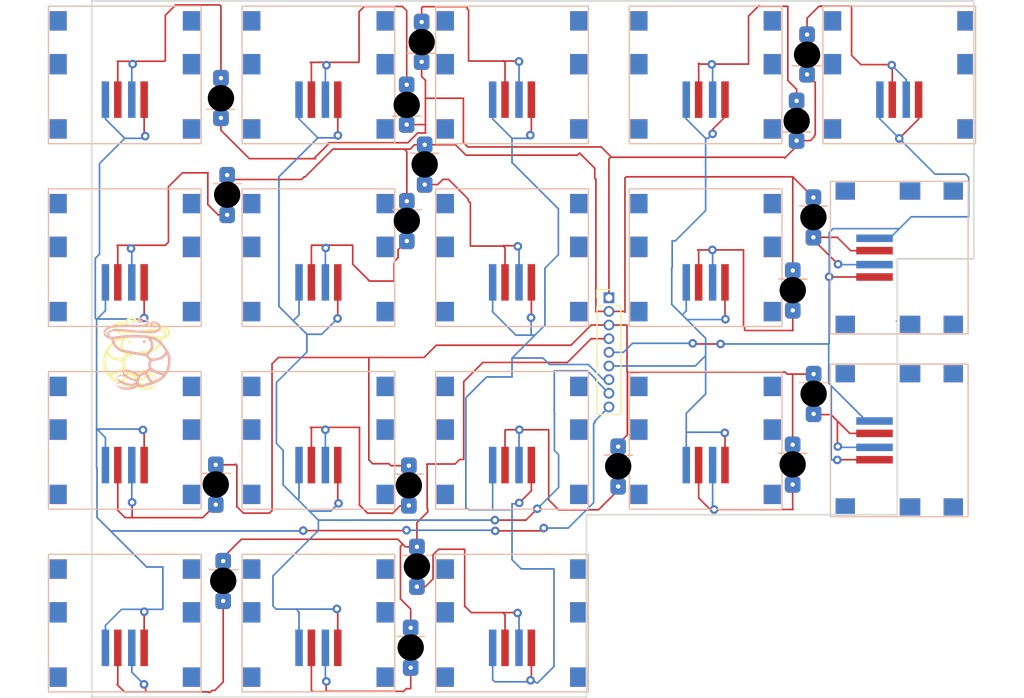
<source format=kicad_pcb>
(kicad_pcb (version 20240108) (generator "pcbnew") (generator_version "8.0")
  (layers (0 "F.Cu" signal) (31 "B.Cu" signal) (34 "B.Paste" user) (35 "F.Paste" user) (36 "B.SilkS" user "B.Silkscreen") (37 "F.SilkS" user "F.Silkscreen") (38 "B.Mask" user) (39 "F.Mask" user) (44 "Edge.Cuts" user))
  (net 0 "")
  (footprint "prawn:prawn_logo_inverted_10mm" (layer "F.Cu") (at 100.43 88.28)
    (property "Reference" "G***" (hide yes))
    (property "Value" "LOGO" (hide yes))
  )
  (footprint "Connector_PinHeader_1.27mm:PinHeader_1x09_P1.27mm_Vertical" (layer "F.Cu") (at 144.33 83.08)
    (property "Reference" "REF**" (hide yes))
    (property "Value" "PinHeader_1x09_P1.27mm_Vertical" (hide yes))
  )
  (footprint "SW_KEYBOARD:flipped_smd_diode" (layer "F.Cu") (at 108.26 67.54)
    (property "Reference" "REF**" (hide yes))
    (property "Value" "flipped_smd_diode" (hide yes))
  )
  (footprint "Cherry_ULP:Cherry_ULP_SMD_Double_Sided" (layer "F.Cu") (at 117.32 96.35)
    (property "Reference" "REF**" (hide yes))
    (property "Value" "Cherry_ULP_SMD_Double_Sided")
  )
  (footprint "Cherry_ULP:Cherry_ULP_SMD_Double_Sided" (layer "F.Cu") (at 99.32 113.35)
    (property "Reference" "REF**" (hide yes))
    (property "Value" "Cherry_ULP_SMD_Double_Sided")
  )
  (footprint "Cherry_ULP:Cherry_ULP_SMD_Double_Sided" (layer "F.Cu") (at 99.32 96.35)
    (property "Reference" "REF**" (hide yes))
    (property "Value" "Cherry_ULP_SMD_Double_Sided")
  )
  (footprint "SW_KEYBOARD:wire_loom" (layer "F.Cu") (at 108.28 95.53)
    (property "Reference" "REF**" (hide yes))
    (property "Value" "wire_loom" (hide yes))
  )
  (footprint "SW_KEYBOARD:flipped_smd_diode" (layer "F.Cu") (at 107.78 97.43 180)
    (property "Reference" "REF**" (hide yes))
    (property "Value" "flipped_smd_diode" (hide yes))
  )
  (footprint "SW_KEYBOARD:wire_loom" (layer "F.Cu") (at 126.28 95.53)
    (property "Reference" "REF**" (hide yes))
    (property "Value" "wire_loom" (hide yes))
  )
  (footprint "SW_KEYBOARD:flipped_smd_diode" (layer "F.Cu") (at 125.73 97.514 180)
    (property "Reference" "REF**" (hide yes))
    (property "Value" "flipped_smd_diode" (hide yes))
  )
  (footprint "SW_KEYBOARD:flipped_smd_diode" (layer "F.Cu") (at 125.53 68.16)
    (property "Reference" "REF**" (hide yes))
    (property "Value" "flipped_smd_diode" (hide yes))
  )
  (footprint "Cherry_ULP:Cherry_ULP_SMD_Double_Sided" (layer "F.Cu") (at 171.32 62.35)
    (property "Reference" "REF**" (hide yes))
    (property "Value" "Cherry_ULP_SMD_Double_Sided")
  )
  (footprint "SW_KEYBOARD:flipped_smd_diode" (layer "F.Cu") (at 125.9 112.6 180)
    (property "Reference" "REF**" (hide yes))
    (property "Value" "flipped_smd_diode" (hide yes))
  )
  (footprint "Cherry_ULP:Cherry_ULP_SMD_Double_Sided" (layer "F.Cu") (at 153.32 79.35)
    (property "Reference" "REF**" (hide yes))
    (property "Value" "Cherry_ULP_SMD_Double_Sided")
  )
  (footprint "SW_KEYBOARD:flipped_smd_diode" (layer "F.Cu") (at 162.75 63.49)
    (property "Reference" "REF**" (hide yes))
    (property "Value" "flipped_smd_diode" (hide yes))
  )
  (footprint "SW_KEYBOARD:flipped_smd_diode" (layer "F.Cu") (at 163.36 88.994 180)
    (property "Reference" "REF**" (hide yes))
    (property "Value" "flipped_smd_diode" (hide yes))
  )
  (footprint "Cherry_ULP:Cherry_ULP_SMD_Double_Sided" (layer "F.Cu") (at 153.32 96.35)
    (property "Reference" "REF**" (hide yes))
    (property "Value" "Cherry_ULP_SMD_Double_Sided")
  )
  (footprint "SW_KEYBOARD:flipped_smd_diode" (layer "F.Cu") (at 108.47 106.394 180)
    (property "Reference" "REF**" (hide yes))
    (property "Value" "flipped_smd_diode" (hide yes))
  )
  (footprint "SW_KEYBOARD:flipped_smd_diode" (layer "F.Cu") (at 126.48 105.0665 180)
    (property "Reference" "REF**" (hide yes))
    (property "Value" "flipped_smd_diode" (hide yes))
  )
  (footprint "SW_KEYBOARD:flipped_smd_diode" (layer "F.Cu") (at 161.41 95.564 180)
    (property "Reference" "REF**" (hide yes))
    (property "Value" "flipped_smd_diode" (hide yes))
  )
  (footprint "SW_KEYBOARD:flipped_smd_diode" (layer "F.Cu") (at 127.2 67.6565 180)
    (property "Reference" "REF**" (hide yes))
    (property "Value" "flipped_smd_diode" (hide yes))
  )
  (footprint "SW_KEYBOARD:flipped_smd_diode" (layer "F.Cu") (at 108.84 70.4765 180)
    (property "Reference" "REF**" (hide yes))
    (property "Value" "flipped_smd_diode" (hide yes))
  )
  (footprint "SW_KEYBOARD:flipped_smd_diode" (layer "F.Cu") (at 163.34 72.564 180)
    (property "Reference" "REF**" (hide yes))
    (property "Value" "flipped_smd_diode" (hide yes))
  )
  (footprint "Cherry_ULP:Cherry_ULP_SMD_Double_Sided" (layer "F.Cu") (at 171.32 96.35 -90)
    (property "Reference" "REF**" (hide yes))
    (property "Value" "Cherry_ULP_SMD_Double_Sided")
  )
  (footprint "Cherry_ULP:Cherry_ULP_SMD_Double_Sided" (layer "F.Cu") (at 135.32 96.35)
    (property "Reference" "REF**" (hide yes))
    (property "Value" "Cherry_ULP_SMD_Double_Sided")
  )
  (footprint "Cherry_ULP:Cherry_ULP_SMD_Double_Sided" (layer "F.Cu") (at 99.32 79.35)
    (property "Reference" "REF**" (hide yes))
    (property "Value" "Cherry_ULP_SMD_Double_Sided")
  )
  (footprint "Cherry_ULP:Cherry_ULP_SMD_Double_Sided" (layer "F.Cu") (at 117.32 79.35)
    (property "Reference" "REF**" (hide yes))
    (property "Value" "Cherry_ULP_SMD_Double_Sided")
  )
  (footprint "SW_KEYBOARD:flipped_smd_diode" (layer "F.Cu") (at 125.54 72.9065 180)
    (property "Reference" "REF**" (hide yes))
    (property "Value" "flipped_smd_diode" (hide yes))
  )
  (footprint "Cherry_ULP:Cherry_ULP_SMD_Double_Sided" (layer "F.Cu") (at 153.32 62.35)
    (property "Reference" "REF**" (hide yes))
    (property "Value" "Cherry_ULP_SMD_Double_Sided")
  )
  (footprint "Cherry_ULP:Cherry_ULP_SMD_Double_Sided" (layer "F.Cu") (at 135.32 62.35)
    (property "Reference" "REF**" (hide yes))
    (property "Value" "Cherry_ULP_SMD_Double_Sided")
  )
  (footprint "SW_KEYBOARD:flipped_smd_diode" (layer "F.Cu") (at 161.78 69.6535)
    (property "Reference" "REF**" (hide yes))
    (property "Value" "flipped_smd_diode" (hide yes))
  )
  (footprint "Cherry_ULP:Cherry_ULP_SMD_Double_Sided" (layer "F.Cu") (at 117.32 62.35)
    (property "Reference" "REF**" (hide yes))
    (property "Value" "Cherry_ULP_SMD_Double_Sided")
  )
  (footprint "Cherry_ULP:Cherry_ULP_SMD_Double_Sided" (layer "F.Cu") (at 99.32 62.35)
    (property "Reference" "REF**" (hide yes))
    (property "Value" "Cherry_ULP_SMD_Double_Sided")
  )
  (footprint "Cherry_ULP:Cherry_ULP_SMD_Double_Sided" (layer "F.Cu") (at 135.32 79.35)
    (property "Reference" "REF**" (hide yes))
    (property "Value" "Cherry_ULP_SMD_Double_Sided")
  )
  (footprint "Cherry_ULP:Cherry_ULP_SMD_Double_Sided" (layer "F.Cu") (at 117.32 113.35)
    (property "Reference" "REF**" (hide yes))
    (property "Value" "Cherry_ULP_SMD_Double_Sided")
  )
  (footprint "Cherry_ULP:Cherry_ULP_SMD_Double_Sided" (layer "F.Cu") (at 171.32 79.35 -90)
    (property "Reference" "REF**" (hide yes))
    (property "Value" "Cherry_ULP_SMD_Double_Sided")
  )
  (footprint "SW_KEYBOARD:flipped_smd_diode" (layer "F.Cu") (at 145.19 95.744 180)
    (property "Reference" "REF**" (hide yes))
    (property "Value" "flipped_smd_diode" (hide yes))
  )
  (footprint "Cherry_ULP:Cherry_ULP_SMD_Double_Sided" (layer "F.Cu") (at 135.32 113.35)
    (property "Reference" "REF**" (hide yes))
    (property "Value" "Cherry_ULP_SMD_Double_Sided")
  )
  (footprint "SW_KEYBOARD:flipped_smd_diode" (layer "F.Cu") (at 126.92 62.32)
    (property "Reference" "REF**" (hide yes))
    (property "Value" "flipped_smd_diode" (hide yes))
  )
  (footprint "SW_KEYBOARD:flipped_smd_diode" (layer "F.Cu") (at 161.42 79.36 180)
    (property "Reference" "REF**" (hide yes))
    (property "Value" "flipped_smd_diode" (hide yes))
  )
  (footprint "prawn:prawn_logo_inverted_10mm" (layer "B.Cu") (at 100.45 88.28 180)
    (property "Reference" "G***" (hide yes))
    (property "Value" "LOGO" (hide yes))
  )
  (gr_line (start 171.144972 103.26) (end 171.144972 79.46) (stroke (width 0.16)) (layer "Edge.Cuts"))
  (gr_line (start 96.24 55.46) (end 96.24 120.26) (stroke (width 0.16)) (layer "Edge.Cuts"))
  (gr_line (start 142.24 103.26) (end 171.144972 103.26) (stroke (width 0.16)) (layer "Edge.Cuts"))
  (gr_line (start 96.24 55.46) (end 178.24 55.46) (stroke (width 0.16)) (layer "Edge.Cuts"))
  (gr_line (start 178.24 55.46) (end 178.24 79.46) (stroke (width 0.16)) (layer "Edge.Cuts"))
  (gr_line (start 178.24 79.46) (end 171.144972 79.46) (stroke (width 0.16)) (layer "Edge.Cuts"))
  (gr_line (start 142.24 120.26) (end 142.24 103.26) (stroke (width 0.16)) (layer "Edge.Cuts"))
  (gr_line (start 96.24 120.26) (end 142.24 120.26) (stroke (width 0.16)) (layer "Edge.Cuts"))
  (segment (start 166.89 55.94) (end 166.89 60.53) (width 0.1524) (layer "F.Cu") (net 0))
  (segment (start 161.68 68.59) (end 161.17 68.08) (width 0.1524) (layer "F.Cu") (net 0))
  (segment (start 126.92 62.5) (end 126.92 61.13) (width 0.1524) (layer "F.Cu") (net 0))
  (segment (start 108.47 111.289) (end 108.47 118.83) (width 0.1524) (layer "F.Cu") (net 0))
  (segment (start 101.12 95.49) (end 101.12 98.65) (width 0.1524) (layer "F.Cu") (net 0))
  (segment (start 165.57 94.55) (end 166.72 95.7) (width 0.1524) (layer "F.Cu") (net 0))
  (segment (start 125.4125 106.2565) (end 126.48 106.2565) (width 0.1524) (layer "F.Cu") (net 0))
  (segment (start 107.15 119.8) (end 107.1 119.75) (width 0.1524) (layer "F.Cu") (net 0))
  (segment (start 155.12 95.67) (end 155.12 98.65) (width 0.1524) (layer "F.Cu") (net 0))
  (segment (start 125.53 56.38) (end 125.13 55.98) (width 0.1524) (layer "F.Cu") (net 0))
  (segment (start 134.45 78.27) (end 134.48 78.24) (width 0.1524) (layer "F.Cu") (net 0))
  (segment (start 101.22 68.04) (end 101.12 67.94) (width 0.1524) (layer "F.Cu") (net 0))
  (segment (start 124.02 91.76) (end 124.1 91.68) (width 0.1524) (layer "F.Cu") (net 0))
  (segment (start 143.36 102.81) (end 139.65 102.81) (width 0.1524) (layer "F.Cu") (net 0))
  (segment (start 161.45 86.13) (end 157.02 86.13) (width 0.1524) (layer "F.Cu") (net 0))
  (segment (start 119.19 102.21) (end 119.12 102.14) (width 0.1524) (layer "F.Cu") (net 0))
  (segment (start 119.1 85.01) (end 119.12 84.99) (width 0.1524) (layer "F.Cu") (net 0))
  (segment (start 146.04 95.84) (end 146.04 89.97) (width 0.1524) (layer "F.Cu") (net 0))
  (segment (start 141.4035 69.8165) (end 131.0365 69.8165) (width 0.1524) (layer "F.Cu") (net 0))
  (segment (start 145.666 100.15) (end 145.19 99.674) (width 0.1524) (layer "F.Cu") (net 0))
  (segment (start 144.57 70.01) (end 160.61 70.01) (width 0.1524) (layer "F.Cu") (net 0))
  (segment (start 122.01 81.46) (end 121.98 81.49) (width 0.1524) (layer "F.Cu") (net 0))
  (segment (start 126.916 72.08) (end 127.43 72.594) (width 0.1524) (layer "F.Cu") (net 0))
  (segment (start 155.1 95.65) (end 155.12 95.67) (width 0.1524) (layer "F.Cu") (net 0))
  (segment (start 130.8 68.64) (end 130.8 64.52) (width 0.1524) (layer "F.Cu") (net 0))
  (segment (start 170.62 61.39) (end 170.62 61.39) (width 0.1524) (layer "F.Cu") (net 0))
  (segment (start 165.61 96.95) (end 165.59 96.93) (width 0.1524) (layer "F.Cu") (net 0))
  (segment (start 113.01 102.88) (end 112.77 103.12) (width 0.1524) (layer "F.Cu") (net 0))
  (segment (start 156.84 85.72) (end 156.84 78.63) (width 0.1524) (layer "F.Cu") (net 0))
  (segment (start 127.27 62.85) (end 126.92 62.5) (width 0.1524) (layer "F.Cu") (net 0))
  (segment (start 99.35 103.54) (end 98.63 102.82) (width 0.1524) (layer "F.Cu") (net 0))
  (segment (start 131.21 69.05) (end 130.8 68.64) (width 0.1524) (layer "F.Cu") (net 0))
  (segment (start 124.35 81.53) (end 122.08 81.53) (width 0.1524) (layer "F.Cu") (net 0))
  (segment (start 116.89 70.14) (end 117.06 70.14) (width 0.1524) (layer "F.Cu") (net 0))
  (segment (start 143.61 69.05) (end 131.21 69.05) (width 0.1524) (layer "F.Cu") (net 0))
  (segment (start 108.17 99.274) (end 108.416 99.274) (width 0.1524) (layer "F.Cu") (net 0))
  (segment (start 116.67 119.59) (end 116.67 115.65) (width 0.1524) (layer "F.Cu") (net 0))
  (segment (start 134.46 112.37) (end 135.8 112.37) (width 0.1524) (layer "F.Cu") (net 0))
  (segment (start 100 103.54) (end 100 102.12) (width 0.1524) (layer "F.Cu") (net 0))
  (segment (start 108.26 55.96) (end 108.14 55.84) (width 0.1524) (layer "F.Cu") (net 0))
  (segment (start 165.62 79.96) (end 165.63 79.96) (width 0.1524) (layer "F.Cu") (net 0))
  (segment (start 120.51 78.19) (end 117.98 78.19) (width 0.1524) (layer "F.Cu") (net 0))
  (segment (start 161.41 100.459) (end 161.41 102.75) (width 0.1524) (layer "F.Cu") (net 0))
  (segment (start 134.48 78.24) (end 134.67 78.43) (width 0.1524) (layer "F.Cu") (net 0))
  (segment (start 161.42 86.1) (end 161.45 86.13) (width 0.1524) (layer "F.Cu") (net 0))
  (segment (start 154.71 87.38) (end 152.18 87.38) (width 0.1524) (layer "F.Cu") (net 0))
  (segment (start 125.21 119.73) (end 125.49 119.45) (width 0.1524) (layer "F.Cu") (net 0))
  (segment (start 108.84 75.3715) (end 108.0015 75.3715) (width 0.1524) (layer "F.Cu") (net 0))
  (segment (start 145.19 97.584) (end 145.19 96.69) (width 0.1524) (layer "F.Cu") (net 0))
  (segment (start 127.77 109.45) (end 127.98 109.24) (width 0.1524) (layer "F.Cu") (net 0))
  (segment (start 135.8 112.37) (end 135.84 112.41) (width 0.1524) (layer "F.Cu") (net 0))
  (segment (start 162.75 58.595) (end 162.75 57.07) (width 0.1524) (layer "F.Cu") (net 0))
  (segment (start 126.48 109.9615) (end 127.2585 109.9615) (width 0.1524) (layer "F.Cu") (net 0))
  (segment (start 171.32 68.26) (end 173.12 66.46) (width 0.1524) (layer "F.Cu") (net 0))
  (segment (start 137.12 84.9) (end 137.12 81.65) (width 0.1524) (layer "F.Cu") (net 0))
  (segment (start 118.04 119.73) (end 116.81 119.73) (width 0.1524) (layer "F.Cu") (net 0))
  (segment (start 98.63 102.82) (end 98.67 102.78) (width 0.1524) (layer "F.Cu") (net 0))
  (segment (start 173.12 66.46) (end 173.12 64.65) (width 0.1524) (layer "F.Cu") (net 0))
  (segment (start 125.73 102.409) (end 125.6895 102.4495) (width 0.1524) (layer "F.Cu") (net 0))
  (segment (start 130.92 106.48) (end 130.92 111.76) (width 0.1524) (layer "F.Cu") (net 0))
  (segment (start 170.62 61.39) (end 170.62 61.44) (width 0.1524) (layer "F.Cu") (net 0))
  (segment (start 161.78 68.98) (end 161.78 68.4635) (width 0.1524) (layer "F.Cu") (net 0))
  (segment (start 127.27 67.75) (end 126.55 67.75) (width 0.1524) (layer "F.Cu") (net 0))
  (segment (start 116.57 61.18) (end 116.67 61.28) (width 0.1524) (layer "F.Cu") (net 0))
  (segment (start 156.94 85.82) (end 156.84 85.72) (width 0.1524) (layer "F.Cu") (net 0))
  (segment (start 116.09 71.83) (end 116 71.83) (width 0.1524) (layer "F.Cu") (net 0))
  (segment (start 163.31 61.68) (end 163.38 61.75) (width 0.1524) (layer "F.Cu") (net 0))
  (segment (start 115.75 72.08) (end 109.2535 72.08) (width 0.1524) (layer "F.Cu") (net 0))
  (segment (start 104.05 55.84) (end 103.09 56.8) (width 0.1524) (layer "F.Cu") (net 0))
  (segment (start 110.9 70.14) (end 116.89 70.14) (width 0.1524) (layer "F.Cu") (net 0))
  (segment (start 158.27 55.91) (end 157.31 56.87) (width 0.1524) (layer "F.Cu") (net 0))
  (segment (start 100.07 61.08) (end 100.07 61.32) (width 0.1524) (layer "F.Cu") (net 0))
  (segment (start 158.32 55.96) (end 158.27 55.91) (width 0.1524) (layer "F.Cu") (net 0))
  (segment (start 138.73 95.36) (end 134.73 95.36) (width 0.1524) (layer "F.Cu") (net 0))
  (segment (start 103.09 78.2) (end 99.9 78.2) (width 0.1524) (layer "F.Cu") (net 0))
  (segment (start 118.67 69.25) (end 116.09 71.83) (width 0.1524) (layer "F.Cu") (net 0))
  (segment (start 130.8 64.52) (end 127.28 64.52) (width 0.1524) (layer "F.Cu") (net 0))
  (segment (start 126.55 67.75) (end 125.64 68.66) (width 0.1524) (layer "F.Cu") (net 0))
  (segment (start 155.16 85.08) (end 155.12 85.04) (width 0.1524) (layer "F.Cu") (net 0))
  (segment (start 103.38 72.75) (end 103.38 77.91) (width 0.1524) (layer "F.Cu") (net 0))
  (segment (start 125.475 104.745) (end 125.51 104.71) (width 0.1524) (layer "F.Cu") (net 0))
  (segment (start 127.24 66.97) (end 125.53 66.97) (width 0.1524) (layer "F.Cu") (net 0))
  (segment (start 121.89 103.12) (end 121.14 102.37) (width 0.1524) (layer "F.Cu") (net 0))
  (segment (start 126.92 57.425) (end 126.92 56.12) (width 0.1524) (layer "F.Cu") (net 0))
  (segment (start 131.06 56) (end 131.16 56.1) (width 0.1524) (layer "F.Cu") (net 0))
  (segment (start 109.56 98.62) (end 107.78 98.62) (width 0.1524) (layer "F.Cu") (net 0))
  (segment (start 122.01 88.64) (end 127.14 88.64) (width 0.1524) (layer "F.Cu") (net 0))
  (segment (start 164.071 93.95) (end 163.36 93.239) (width 0.1524) (layer "F.Cu") (net 0))
  (segment (start 135.93 61.06) (end 135.97 61.1) (width 0.1524) (layer "F.Cu") (net 0))
  (segment (start 161.484 90.184) (end 163.36 90.184) (width 0.1524) (layer "F.Cu") (net 0))
  (segment (start 130.0665 68.8465) (end 127.2 68.8465) (width 0.1524) (layer "F.Cu") (net 0))
  (segment (start 144.829 101) (end 145.19 100.639) (width 0.1524) (layer "F.Cu") (net 0))
  (segment (start 140.47 89.1) (end 132.61 89.1) (width 0.1524) (layer "F.Cu") (net 0))
  (segment (start 124.09 103.15) (end 124.06 103.12) (width 0.1524) (layer "F.Cu") (net 0))
  (segment (start 108.26 62.645) (end 108.26 55.96) (width 0.1524) (layer "F.Cu") (net 0))
  (segment (start 119.12 67.97) (end 119.12 64.65) (width 0.1524) (layer "F.Cu") (net 0))
  (segment (start 163.51 67.91) (end 163.51 63.06) (width 0.1524) (layer "F.Cu") (net 0))
  (segment (start 137.04 118.67) (end 137.12 118.59) (width 0.1524) (layer "F.Cu") (net 0))
  (segment (start 127.49 103) (end 126.48 104.01) (width 0.1524) (layer "F.Cu") (net 0))
  (segment (start 126.92 56.12) (end 127.04 56) (width 0.1524) (layer "F.Cu") (net 0))
  (segment (start 138.73 101.89) (end 138.73 95.36) (width 0.1524) (layer "F.Cu") (net 0))
  (segment (start 101.12 84.96) (end 101.12 81.65) (width 0.1524) (layer "F.Cu") (net 0))
  (segment (start 137.12 101.04) (end 137.12 98.65) (width 0.1524) (layer "F.Cu") (net 0))
  (segment (start 134.48 78.24) (end 135.8 78.24) (width 0.1524) (layer "F.Cu") (net 0))
  (segment (start 157.31 61.34) (end 153.92 61.34) (width 0.1524) (layer "F.Cu") (net 0))
  (segment (start 134.52 61.06) (end 134.54 61.04) (width 0.1524) (layer "F.Cu") (net 0))
  (segment (start 153.97 67.41) (end 155.12 66.26) (width 0.1524) (layer "F.Cu") (net 0))
  (segment (start 164.03 55.94) (end 166.89 55.94) (width 0.1524) (layer "F.Cu") (net 0))
  (segment (start 152.67 61.26) (end 152.67 64.65) (width 0.1524) (layer "F.Cu") (net 0))
  (segment (start 107.04 71.48) (end 107.06 71.46) (width 0.1524) (layer "F.Cu") (net 0))
  (segment (start 117.95 95.14) (end 116.58 95.14) (width 0.1524) (layer "F.Cu") (net 0))
  (segment (start 127.27 66.94) (end 127.27 67.75) (width 0.1524) (layer "F.Cu") (net 0))
  (segment (start 110.16 105.55) (end 124.706 105.55) (width 0.1524) (layer "F.Cu") (net 0))
  (segment (start 101.26 119.2) (end 101.11 119.05) (width 0.1524) (layer "F.Cu") (net 0))
  (segment (start 107.69 119.61) (end 107.44 119.61) (width 0.1524) (layer "F.Cu") (net 0))
  (segment (start 161.42 81.2) (end 161.42 71.834) (width 0.1524) (layer "F.Cu") (net 0))
  (segment (start 109.62 98.56) (end 109.56 98.62) (width 0.1524) (layer "F.Cu") (net 0))
  (segment (start 163.51 63.06) (end 162.75 62.3) (width 0.1524) (layer "F.Cu") (net 0))
  (segment (start 113.01 89.23) (end 113.01 102.88) (width 0.1524) (layer "F.Cu") (net 0))
  (segment (start 125.13 55.98) (end 121.59 55.98) (width 0.1524) (layer "F.Cu") (net 0))
  (segment (start 139.65 102.81) (end 138.73 101.89) (width 0.1524) (layer "F.Cu") (net 0))
  (segment (start 118.05 61.42) (end 118.07 61.44) (width 0.1524) (layer "F.Cu") (net 0))
  (segment (start 144.33 70.16) (end 144.33 83.08) (width 0.1524) (layer "F.Cu") (net 0))
  (segment (start 100.07 61.08) (end 98.64 61.08) (width 0.1524) (layer "F.Cu") (net 0))
  (segment (start 130.83 90.88) (end 130.83 98.13) (width 0.1524) (layer "F.Cu") (net 0))
  (segment (start 107.78 102.325) (end 106.565 103.54) (width 0.1524) (layer "F.Cu") (net 0))
  (segment (start 131.0365 69.8165) (end 130.0665 68.8465) (width 0.1524) (layer "F.Cu") (net 0))
  (segment (start 120.51 79.96) (end 120.51 78.19) (width 0.1524) (layer "F.Cu") (net 0))
  (segment (start 127.98 106.99) (end 128.49 106.48) (width 0.1524) (layer "F.Cu") (net 0))
  (segment (start 161.42 84.255) (end 161.42 86.1) (width 0.1524) (layer "F.Cu") (net 0))
  (segment (start 127.27 66.94) (end 127.24 66.97) (width 0.1524) (layer "F.Cu") (net 0))
  (segment (start 98.64 61.08) (end 98.67 61.11) (width 0.1524) (layer "F.Cu") (net 0))
  (segment (start 122.01 88.64) (end 113.6 88.64) (width 0.1524) (layer "F.Cu") (net 0))
  (segment (start 163.99 55.98) (end 164.03 55.94) (width 0.1524) (layer "F.Cu") (net 0))
  (segment (start 134.67 95.42) (end 134.67 98.65) (width 0.1524) (layer "F.Cu") (net 0))
  (segment (start 145.75 84.35) (end 145.82 84.42) (width 0.1524) (layer "F.Cu") (net 0))
  (segment (start 101.12 67.94) (end 101.12 64.65) (width 0.1524) (layer "F.Cu") (net 0))
  (segment (start 161.44 102.78) (end 153.74 102.78) (width 0.1524) (layer "F.Cu") (net 0))
  (segment (start 108.47 107.24) (end 110.16 105.55) (width 0.1524) (layer "F.Cu") (net 0))
  (segment (start 153.86 61.34) (end 152.75 61.34) (width 0.1524) (layer "F.Cu") (net 0))
  (segment (start 130.44 98.13) (end 130.02 98.55) (width 0.1524) (layer "F.Cu") (net 0))
  (segment (start 163.711 77.18) (end 163.34 76.809) (width 0.1524) (layer "F.Cu") (net 0))
  (segment (start 163.0665 68.4635) (end 163.43 68.1) (width 0.1524) (layer "F.Cu") (net 0))
  (segment (start 145.94 71.83) (end 161.416 71.83) (width 0.1524) (layer "F.Cu") (net 0))
  (segment (start 167.75 61.39) (end 170.62 61.39) (width 0.1524) (layer "F.Cu") (net 0))
  (segment (start 122.01 81.46) (end 120.51 79.96) (width 0.1524) (layer "F.Cu") (net 0))
  (segment (start 117.98 78.43) (end 118 78.45) (width 0.1524) (layer "F.Cu") (net 0))
  (segment (start 101.01 95.38) (end 101.12 95.49) (width 0.1524) (layer "F.Cu") (net 0))
  (segment (start 103.09 56.8) (end 103.09 60.99) (width 0.1524) (layer "F.Cu") (net 0))
  (segment (start 127.04 56) (end 131.06 56) (width 0.1524) (layer "F.Cu") (net 0))
  (segment (start 98.63 78.3) (end 98.67 78.34) (width 0.1524) (layer "F.Cu") (net 0))
  (segment (start 99.9 78.2) (end 98.63 78.2) (width 0.1524) (layer "F.Cu") (net 0))
  (segment (start 152.75 61.34) (end 152.67 61.26) (width 0.1524) (layer "F.Cu") (net 0))
  (segment (start 160.96 55.96) (end 158.32 55.96) (width 0.1524) (layer "F.Cu") (net 0))
  (segment (start 170.67 61.44) (end 170.67 64.65) (width 0.1524) (layer "F.Cu") (net 0))
  (segment (start 170.62 61.44) (end 170.67 61.44) (width 0.1524) (layer "F.Cu") (net 0))
  (segment (start 107.44 119.61) (end 107.25 119.8) (width 0.1524) (layer "F.Cu") (net 0))
  (segment (start 163.43 67.99) (end 163.51 67.91) (width 0.1524) (layer "F.Cu") (net 0))
  (segment (start 144.48 70.01) (end 144.33 70.16) (width 0.1524) (layer "F.Cu") (net 0))
  (segment (start 109.74 102.51) (end 109.74 98.68) (width 0.1524) (layer "F.Cu") (net 0))
  (segment (start 160.754 100.15) (end 161.41 99.494) (width 0.1524) (layer "F.Cu") (net 0))
  (segment (start 131.26 73.91) (end 131.26 74.07) (width 0.1524) (layer "F.Cu") (net 0))
  (segment (start 124.706 105.55) (end 125.158 106.002) (width 0.1524) (layer "F.Cu") (net 0))
  (segment (start 116.81 119.73) (end 116.67 119.59) (width 0.1524) (layer "F.Cu") (net 0))
  (segment (start 143.12 72.07) (end 143.01 71.96) (width 0.1524) (layer "F.Cu") (net 0))
  (segment (start 143.01 71.03) (end 141.6 69.62) (width 0.1524) (layer "F.Cu") (net 0))
  (segment (start 131.53 112.37) (end 134.46 112.37) (width 0.1524) (layer "F.Cu") (net 0))
  (segment (start 118.24 68.79) (end 116.89 70.14) (width 0.1524) (layer "F.Cu") (net 0))
  (segment (start 127.2585 109.9615) (end 127.77 109.45) (width 0.1524) (layer "F.Cu") (net 0))
  (segment (start 126.48 104.01) (end 126.48 106.2565) (width 0.1524) (layer "F.Cu") (net 0))
  (segment (start 125.18 119.7) (end 118.07 119.7) (width 0.1524) (layer "F.Cu") (net 0))
  (segment (start 143.12 84.38) (end 143.12 72.07) (width 0.1524) (layer "F.Cu") (net 0))
  (segment (start 146.01 85.62) (end 144.33 85.62) (width 0.1524) (layer "F.Cu") (net 0))
  (segment (start 98.67 78.34) (end 98.67 81.65) (width 0.1524) (layer "F.Cu") (net 0))
  (segment (start 121.05 61.18) (end 118.05 61.18) (width 0.1524) (layer "F.Cu") (net 0))
  (segment (start 161.41 90.258) (end 161.484 90.184) (width 0.1524) (layer "F.Cu") (net 0))
  (segment (start 127.43 102.68) (end 127.49 102.74) (width 0.1524) (layer "F.Cu") (net 0))
  (segment (start 98.61 119.07) (end 98.67 119.01) (width 0.1524) (layer "F.Cu") (net 0))
  (segment (start 131.45 78.27) (end 134.45 78.27) (width 0.1524) (layer "F.Cu") (net 0))
  (segment (start 153.92 61.34) (end 153.89 61.37) (width 0.1524) (layer "F.Cu") (net 0))
  (segment (start 122.08 81.53) (end 122.01 81.46) (width 0.1524) (layer "F.Cu") (net 0))
  (segment (start 118.07 119.7) (end 118.04 119.73) (width 0.1524) (layer "F.Cu") (net 0))
  (segment (start 163.43 68.1) (end 163.43 67.99) (width 0.1524) (layer "F.Cu") (net 0))
  (segment (start 137.09 84.93) (end 137.12 84.9) (width 0.1524) (layer "F.Cu") (net 0))
  (segment (start 165.56 98.17) (end 165.58 98.15) (width 0.1524) (layer "F.Cu") (net 0))
  (segment (start 163.34 77.459) (end 163.34 77.68) (width 0.1524) (layer "F.Cu") (net 0))
  (segment (start 163.84 55.98) (end 163.99 55.98) (width 0.1524) (layer "F.Cu") (net 0))
  (segment (start 124.2 103.15) (end 124.09 103.15) (width 0.1524) (layer "F.Cu") (net 0))
  (segment (start 164.97 93.95) (end 165.57 94.55) (width 0.1524) (layer "F.Cu") (net 0))
  (segment (start 103.38 77.91) (end 103.09 78.2) (width 0.1524) (layer "F.Cu") (net 0))
  (segment (start 107.1 119.75) (end 101.26 119.75) (width 0.1524) (layer "F.Cu") (net 0))
  (segment (start 165.57 94.55) (end 165.57 96.91) (width 0.1524) (layer "F.Cu") (net 0))
  (segment (start 128.89 72.07) (end 129.42 72.07) (width 0.1524) (layer "F.Cu") (net 0))
  (segment (start 124.4 79.89) (end 124.35 79.94) (width 0.1524) (layer "F.Cu") (net 0))
  (segment (start 163.34 77.68) (end 165.62 79.96) (width 0.1524) (layer "F.Cu") (net 0))
  (segment (start 119.12 84.99) (end 119.12 81.65) (width 0.1524) (layer "F.Cu") (net 0))
  (segment (start 118.04 119.73) (end 118.04 118.8) (width 0.1524) (layer "F.Cu") (net 0))
  (segment (start 109.74 98.68) (end 109.62 98.56) (width 0.1524) (layer "F.Cu") (net 0))
  (segment (start 133.73 103.77) (end 136.61 103.77) (width 0.1524) (layer "F.Cu") (net 0))
  (segment (start 161.42 71.834) (end 161.416 71.83) (width 0.1524) (layer "F.Cu") (net 0))
  (segment (start 124.95 106.21) (end 125.158 106.002) (width 0.1524) (layer "F.Cu") (net 0))
  (segment (start 130.92 111.76) (end 130.92 111.82) (width 0.1524) (layer "F.Cu") (net 0))
  (segment (start 125.6895 102.4495) (end 124.9005 102.4495) (width 0.1524) (layer "F.Cu") (net 0))
  (segment (start 125.3 69.25) (end 125.86 69.25) (width 0.1524) (layer "F.Cu") (net 0))
  (segment (start 134.67 78.43) (end 134.67 81.65) (width 0.1524) (layer "F.Cu") (net 0))
  (segment (start 126.2635 68.8465) (end 127.2 68.8465) (width 0.1524) (layer "F.Cu") (net 0))
  (segment (start 132.61 89.1) (end 130.83 90.88) (width 0.1524) (layer "F.Cu") (net 0))
  (segment (start 101.26 119.75) (end 99.29 119.75) (width 0.1524) (layer "F.Cu") (net 0))
  (segment (start 125.9 113.79) (end 125.9 112.05) (width 0.1524) (layer "F.Cu") (net 0))
  (segment (start 130.83 98.13) (end 130.44 98.13) (width 0.1524) (layer "F.Cu") (net 0))
  (segment (start 164.97 93.95) (end 164.071 93.95) (width 0.1524) (layer "F.Cu") (net 0))
  (segment (start 121.14 102.37) (end 121.14 95.14) (width 0.1524) (layer "F.Cu") (net 0))
  (segment (start 125.54 77.8015) (end 124.73 78.6115) (width 0.1524) (layer "F.Cu") (net 0))
  (segment (start 160.96 62.87) (end 160.96 55.96) (width 0.1524) (layer "F.Cu") (net 0))
  (segment (start 161.41 97.404) (end 161.41 90.258) (width 0.1524) (layer "F.Cu") (net 0))
  (segment (start 127.27 66.94) (end 127.27 64.53) (width 0.1524) (layer "F.Cu") (net 0))
  (segment (start 166.72 95.7) (end 169.02 95.7) (width 0.1524) (layer "F.Cu") (net 0))
  (segment (start 135.8 78.24) (end 135.86 78.3) (width 0.1524) (layer "F.Cu") (net 0))
  (segment (start 142.68 85.62) (end 144.33 85.62) (width 0.1524) (layer "F.Cu") (net 0))
  (segment (start 161.416 71.83) (end 163.34 73.754) (width 0.1524) (layer "F.Cu") (net 0))
  (segment (start 116 71.83) (end 115.75 72.08) (width 0.1524) (layer "F.Cu") (net 0))
  (segment (start 127.28 64.52) (end 127.27 64.53) (width 0.1524) (layer "F.Cu") (net 0))
  (segment (start 137.02 67.96) (end 137.12 67.86) (width 0.1524) (layer "F.Cu") (net 0))
  (segment (start 124.06 103.12) (end 121.89 103.12) (width 0.1524) (layer "F.Cu") (net 0))
  (segment (start 124.35 79.94) (end 124.35 81.53) (width 0.1524) (layer "F.Cu") (net 0))
  (segment (start 156.84 78.63) (end 152.58 78.63) (width 0.1524) (layer "F.Cu") (net 0))
  (segment (start 162.75 57.07) (end 163.84 55.98) (width 0.1524) (layer "F.Cu") (net 0))
  (segment (start 141.6 69.62) (end 141.4035 69.8165) (width 0.1524) (layer "F.Cu") (net 0))
  (segment (start 116.58 95.14) (end 116.67 95.23) (width 0.1524) (layer "F.Cu") (net 0))
  (segment (start 160.732 90) (end 147.11 90) (width 0.1524) (layer "F.Cu") (net 0))
  (segment (start 124.95 111.1) (end 124.95 106.21) (width 0.1524) (layer "F.Cu") (net 0))
  (segment (start 107.04 74.41) (end 107.04 71.48) (width 0.1524) (layer "F.Cu") (net 0))
  (segment (start 108.14 55.84) (end 104.05 55.84) (width 0.1524) (layer "F.Cu") (net 0))
  (segment (start 146.04 89.97) (end 146.01 89.94) (width 0.1524) (layer "F.Cu") (net 0))
  (segment (start 135.99 102.17) (end 137.12 101.04) (width 0.1524) (layer "F.Cu") (net 0))
  (segment (start 166.8 78.7) (end 169.02 78.7) (width 0.1524) (layer "F.Cu") (net 0))
  (segment (start 125.9 112.05) (end 124.95 111.1) (width 0.1524) (layer "F.Cu") (net 0))
  (segment (start 124.4 79.68) (end 124.4 79.89) (width 0.1524) (layer "F.Cu") (net 0))
  (segment (start 165.61 96.92) (end 165.61 96.95) (width 0.1524) (layer "F.Cu") (net 0))
  (segment (start 107.25 119.8) (end 107.15 119.8) (width 0.1524) (layer "F.Cu") (net 0))
  (segment (start 98.63 78.2) (end 98.63 78.3) (width 0.1524) (layer "F.Cu") (net 0))
  (segment (start 131.28 56.32) (end 131.28 61.06) (width 0.1524) (layer "F.Cu") (net 0))
  (segment (start 99.29 119.75) (end 98.61 119.07) (width 0.1524) (layer "F.Cu") (net 0))
  (segment (start 125.64 68.66) (end 118.24 68.66) (width 0.1524) (layer "F.Cu") (net 0))
  (segment (start 103.09 60.99) (end 103 61.08) (width 0.1524) (layer "F.Cu") (net 0))
  (segment (start 145.19 100.639) (end 145.19 100.98) (width 0.1524) (layer "F.Cu") (net 0))
  (segment (start 134.67 112.58) (end 134.67 115.65) (width 0.1524) (layer "F.Cu") (net 0))
  (segment (start 155.12 66.26) (end 155.12 64.65) (width 0.1524) (layer "F.Cu") (net 0))
  (segment (start 101.13 112.71) (end 101.12 112.72) (width 0.1524) (layer "F.Cu") (net 0))
  (segment (start 124.73 79.35) (end 124.4 79.68) (width 0.1524) (layer "F.Cu") (net 0))
  (segment (start 116.67 78.36) (end 116.67 81.65) (width 0.1524) (layer "F.Cu") (net 0))
  (segment (start 144.57 70.01) (end 143.61 69.05) (width 0.1524) (layer "F.Cu") (net 0))
  (segment (start 127.43 98.55) (end 127.43 102.68) (width 0.1524) (layer "F.Cu") (net 0))
  (segment (start 99.9 78.2) (end 99.9 78.5) (width 0.1524) (layer "F.Cu") (net 0))
  (segment (start 100.07 61.32) (end 100.05 61.34) (width 0.1524) (layer "F.Cu") (net 0))
  (segment (start 116.68 78.21) (end 116.68 78.35) (width 0.1524) (layer "F.Cu") (net 0))
  (segment (start 143.15 84.35) (end 143.12 84.38) (width 0.1524) (layer "F.Cu") (net 0))
  (segment (start 128.4085 72.5515) (end 127.2 72.5515) (width 0.1524) (layer "F.Cu") (net 0))
  (segment (start 104.67 71.46) (end 103.38 72.75) (width 0.1524) (layer "F.Cu") (net 0))
  (segment (start 125.3 69.25) (end 125.54 69.49) (width 0.1524) (layer "F.Cu") (net 0))
  (segment (start 134.54 61.04) (end 134.67 61.17) (width 0.1524) (layer "F.Cu") (net 0))
  (segment (start 109.2535 72.08) (end 108.84 71.6665) (width 0.1524) (layer "F.Cu") (net 0))
  (segment (start 131.28 61.06) (end 134.52 61.06) (width 0.1524) (layer "F.Cu") (net 0))
  (segment (start 165.58 98.15) (end 169.02 98.15) (width 0.1524) (layer "F.Cu") (net 0))
  (segment (start 147.11 90) (end 147.09 90.02) (width 0.1524) (layer "F.Cu") (net 0))
  (segment (start 153.89 61.37) (end 153.86 61.34) (width 0.1524) (layer "F.Cu") (net 0))
  (segment (start 119.12 102.14) (end 119.12 98.65) (width 0.1524) (layer "F.Cu") (net 0))
  (segment (start 116.67 61.28) (end 116.67 64.65) (width 0.1524) (layer "F.Cu") (net 0))
  (segment (start 157.02 86.13) (end 156.94 86.05) (width 0.1524) (layer "F.Cu") (net 0))
  (segment (start 108.0015 75.3715) (end 107.04 74.41) (width 0.1524) (layer "F.Cu") (net 0))
  (segment (start 107.06 71.46) (end 104.67 71.46) (width 0.1524) (layer "F.Cu") (net 0))
  (segment (start 161.484 90.184) (end 160.916 90.184) (width 0.1524) (layer "F.Cu") (net 0))
  (segment (start 108.47 108.234) (end 108.47 107.24) (width 0.1524) (layer "F.Cu") (net 0))
  (segment (start 127.49 102.74) (end 127.49 103) (width 0.1524) (layer "F.Cu") (net 0))
  (segment (start 106.565 103.54) (end 100 103.54) (width 0.1524) (layer "F.Cu") (net 0))
  (segment (start 160.916 90.184) (end 160.732 90) (width 0.1524) (layer "F.Cu") (net 0))
  (segment (start 131.26 74.07) (end 131.45 74.26) (width 0.1524) (layer "F.Cu") (net 0))
  (segment (start 152.18 87.38) (end 152.12 87.32) (width 0.1524) (layer "F.Cu") (net 0))
  (segment (start 127.43 98.55) (end 127.39 98.59) (width 0.1524) (layer "F.Cu") (net 0))
  (segment (start 124.054 98.704) (end 123.87 98.52) (width 0.1524) (layer "F.Cu") (net 0))
  (segment (start 119.13 67.98) (end 119.12 67.97) (width 0.1524) (layer "F.Cu") (net 0))
  (segment (start 116.67 95.23) (end 116.67 98.65) (width 0.1524) (layer "F.Cu") (net 0))
  (segment (start 165.63 79.96) (end 165.63 79.97) (width 0.1524) (layer "F.Cu") (net 0))
  (segment (start 160.61 70.01) (end 160.68 70.08) (width 0.1524) (layer "F.Cu") (net 0))
  (segment (start 134.52 61.06) (end 135.93 61.06) (width 0.1524) (layer "F.Cu") (net 0))
  (segment (start 166.89 60.53) (end 167.75 61.39) (width 0.1524) (layer "F.Cu") (net 0))
  (segment (start 130.02 98.55) (end 127.43 98.55) (width 0.1524) (layer "F.Cu") (net 0))
  (segment (start 134.46 112.37) (end 134.67 112.58) (width 0.1524) (layer "F.Cu") (net 0))
  (segment (start 125.639 102.5) (end 125.73 102.409) (width 0.1524) (layer "F.Cu") (net 0))
  (segment (start 127.27 64.53) (end 127.27 62.85) (width 0.1524) (layer "F.Cu") (net 0))
  (segment (start 121.1 61.13) (end 121.05 61.18) (width 0.1524) (layer "F.Cu") (net 0))
  (segment (start 124.73 78.6115) (end 124.73 79.35) (width 0.1524) (layer "F.Cu") (net 0))
  (segment (start 112.77 103.12) (end 110.35 103.12) (width 0.1524) (layer "F.Cu") (net 0))
  (segment (start 144.57 70.01) (end 144.48 70.01) (width 0.1524) (layer "F.Cu") (net 0))
  (segment (start 116.7 78.19) (end 116.68 78.21) (width 0.1524) (layer "F.Cu") (net 0))
  (segment (start 152.67 78.72) (end 152.67 81.65) (width 0.1524) (layer "F.Cu") (net 0))
  (segment (start 128.89 72.07) (end 128.4085 72.5515) (width 0.1524) (layer "F.Cu") (net 0))
  (segment (start 101.13 112.29) (end 101.13 112.71) (width 0.1524) (layer "F.Cu") (net 0))
  (segment (start 117.98 78.19) (end 116.7 78.19) (width 0.1524) (layer "F.Cu") (net 0))
  (segment (start 161.41 102.75) (end 161.44 102.78) (width 0.1524) (layer "F.Cu") (net 0))
  (segment (start 134.67 61.17) (end 134.67 64.65) (width 0.1524) (layer "F.Cu") (net 0))
  (segment (start 108.47 118.83) (end 107.69 119.61) (width 0.1524) (layer "F.Cu") (net 0))
  (segment (start 153.97 67.83) (end 153.97 67.41) (width 0.1524) (layer "F.Cu") (net 0))
  (segment (start 137.12 67.86) (end 137.12 64.65) (width 0.1524) (layer "F.Cu") (net 0))
  (segment (start 164.8 81.13) (end 164.82 81.15) (width 0.1524) (layer "F.Cu") (net 0))
  (segment (start 161.78 64.7585) (end 161.78 63.69) (width 0.1524) (layer "F.Cu") (net 0))
  (segment (start 133.76 104.77) (end 138.01 104.77) (width 0.1524) (layer "F.Cu") (net 0))
  (segment (start 125.158 106.002) (end 125.4125 106.2565) (width 0.1524) (layer "F.Cu") (net 0))
  (segment (start 98.67 61.11) (end 98.67 64.65) (width 0.1524) (layer "F.Cu") (net 0))
  (segment (start 116.68 78.35) (end 116.67 78.36) (width 0.1524) (layer "F.Cu") (net 0))
  (segment (start 134.73 95.36) (end 134.67 95.42) (width 0.1524) (layer "F.Cu") (net 0))
  (segment (start 131.45 74.26) (end 131.45 78.27) (width 0.1524) (layer "F.Cu") (net 0))
  (segment (start 161.78 63.69) (end 160.96 62.87) (width 0.1524) (layer "F.Cu") (net 0))
  (segment (start 115.905 104.745) (end 125.475 104.745) (width 0.1524) (layer "F.Cu") (net 0))
  (segment (start 130.92 111.76) (end 131.53 112.37) (width 0.1524) (layer "F.Cu") (net 0))
  (segment (start 125.54 69.49) (end 125.54 74.0965) (width 0.1524) (layer "F.Cu") (net 0))
  (segment (start 101.26 119.75) (end 101.26 119.2) (width 0.1524) (layer "F.Cu") (net 0))
  (segment (start 125.21 119.73) (end 125.18 119.7) (width 0.1524) (layer "F.Cu") (net 0))
  (segment (start 170.67 61.44) (end 170.67 61.44) (width 0.1524) (layer "F.Cu") (net 0))
  (segment (start 137.12 118.59) (end 137.12 115.65) (width 0.1524) (layer "F.Cu") (net 0))
  (segment (start 138.01 104.77) (end 138.27 104.51) (width 0.1524) (layer "F.Cu") (net 0))
  (segment (start 125.9 117.495) (end 125.9 119.45) (width 0.1524) (layer "F.Cu") (net 0))
  (segment (start 125.49 119.45) (end 125.9 119.45) (width 0.1524) (layer "F.Cu") (net 0))
  (segment (start 121.59 55.98) (end 121.1 56.47) (width 0.1524) (layer "F.Cu") (net 0))
  (segment (start 117.95 95.14) (end 117.95 95.34) (width 0.1524) (layer "F.Cu") (net 0))
  (segment (start 165.58 96.92) (end 165.61 96.92) (width 0.1524) (layer "F.Cu") (net 0))
  (segment (start 98.67 119.01) (end 98.67 115.65) (width 0.1524) (layer "F.Cu") (net 0))
  (segment (start 128.28 87.5) (end 140.8 87.5) (width 0.1524) (layer "F.Cu") (net 0))
  (segment (start 127.14 88.64) (end 128.28 87.5) (width 0.1524) (layer "F.Cu") (net 0))
  (segment (start 122.01 98.17) (end 122.01 88.64) (width 0.1524) (layer "F.Cu") (net 0))
  (segment (start 152.58 78.63) (end 152.67 78.72) (width 0.1524) (layer "F.Cu") (net 0))
  (segment (start 98.67 102.78) (end 98.67 98.65) (width 0.1524) (layer "F.Cu") (net 0))
  (segment (start 117.95 95.34) (end 117.97 95.36) (width 0.1524) (layer "F.Cu") (net 0))
  (segment (start 103 61.08) (end 100.07 61.08) (width 0.1524) (layer "F.Cu") (net 0))
  (segment (start 121.1 56.47) (end 121.1 61.13) (width 0.1524) (layer "F.Cu") (net 0))
  (segment (start 145.19 96.69) (end 146.04 95.84) (width 0.1524) (layer "F.Cu") (net 0))
  (segment (start 131.16 56.1) (end 131.16 56.2) (width 0.1524) (layer "F.Cu") (net 0))
  (segment (start 153.74 102.78) (end 152.67 101.71) (width 0.1524) (layer "F.Cu") (net 0))
  (segment (start 144.714 100.15) (end 145.19 99.674) (width 0.1524) (layer "F.Cu") (net 0))
  (segment (start 123.87 98.52) (end 122.36 98.52) (width 0.1524) (layer "F.Cu") (net 0))
  (segment (start 125.53 63.265) (end 125.53 56.38) (width 0.1524) (layer "F.Cu") (net 0))
  (segment (start 146.01 89.94) (end 146.01 85.62) (width 0.1524) (layer "F.Cu") (net 0))
  (segment (start 117.98 78.19) (end 117.98 78.43) (width 0.1524) (layer "F.Cu") (net 0))
  (segment (start 127.424 72.6) (end 127.43 72.594) (width 0.1524) (layer "F.Cu") (net 0))
  (segment (start 136.61 103.77) (end 137.67 102.71) (width 0.1524) (layer "F.Cu") (net 0))
  (segment (start 118.05 61.18) (end 118.05 61.42) (width 0.1524) (layer "F.Cu") (net 0))
  (segment (start 156.94 86.05) (end 156.94 85.82) (width 0.1524) (layer "F.Cu") (net 0))
  (segment (start 122.36 98.52) (end 122.01 98.17) (width 0.1524) (layer "F.Cu") (net 0))
  (segment (start 131.16 56.2) (end 131.28 56.32) (width 0.1524) (layer "F.Cu") (net 0))
  (segment (start 165.57 96.91) (end 165.58 96.92) (width 0.1524) (layer "F.Cu") (net 0))
  (segment (start 110.35 103.12) (end 109.74 102.51) (width 0.1524) (layer "F.Cu") (net 0))
  (segment (start 108.26 65.7) (end 108.26 67.5) (width 0.1524) (layer "F.Cu") (net 0))
  (segment (start 147.09 90.02) (end 146.09 90.02) (width 0.1524) (layer "F.Cu") (net 0))
  (segment (start 163.34 77.459) (end 165.559 77.459) (width 0.1524) (layer "F.Cu") (net 0))
  (segment (start 100 103.54) (end 99.35 103.54) (width 0.1524) (layer "F.Cu") (net 0))
  (segment (start 118.04 118.8) (end 118.06 118.78) (width 0.1524) (layer "F.Cu") (net 0))
  (segment (start 146.09 90.02) (end 146.01 89.94) (width 0.1524) (layer "F.Cu") (net 0))
  (segment (start 108.26 67.5) (end 110.9 70.14) (width 0.1524) (layer "F.Cu") (net 0))
  (segment (start 165.559 77.459) (end 166.8 78.7) (width 0.1524) (layer "F.Cu") (net 0))
  (segment (start 118.24 68.66) (end 118.24 68.79) (width 0.1524) (layer "F.Cu") (net 0))
  (segment (start 121.14 95.14) (end 117.95 95.14) (width 0.1524) (layer "F.Cu") (net 0))
  (segment (start 152.67 101.71) (end 152.67 98.65) (width 0.1524) (layer "F.Cu") (net 0))
  (segment (start 127.98 109.24) (end 127.98 106.99) (width 0.1524) (layer "F.Cu") (net 0))
  (segment (start 140.8 87.5) (end 142.68 85.62) (width 0.1524) (layer "F.Cu") (net 0))
  (segment (start 144.33 84.35) (end 145.75 84.35) (width 0.1524) (layer "F.Cu") (net 0))
  (segment (start 128.49 106.48) (end 130.92 106.48) (width 0.1524) (layer "F.Cu") (net 0))
  (segment (start 125.3 69.25) (end 118.67 69.25) (width 0.1524) (layer "F.Cu") (net 0))
  (segment (start 129.42 72.07) (end 131.26 73.91) (width 0.1524) (layer "F.Cu") (net 0))
  (segment (start 145.82 84.42) (end 145.82 71.95) (width 0.1524) (layer "F.Cu") (net 0))
  (segment (start 124.9005 102.4495) (end 124.2 103.15) (width 0.1524) (layer "F.Cu") (net 0))
  (segment (start 125.73 99.354) (end 125.73 98.96) (width 0.1524) (layer "F.Cu") (net 0))
  (segment (start 127.59 69.59) (end 127.25 69.25) (width 0.1524) (layer "F.Cu") (net 0))
  (segment (start 101.12 112.72) (end 101.12 115.65) (width 0.1524) (layer "F.Cu") (net 0))
  (segment (start 113.6 88.64) (end 113.01 89.23) (width 0.1524) (layer "F.Cu") (net 0))
  (segment (start 125.86 69.25) (end 126.2635 68.8465) (width 0.1524) (layer "F.Cu") (net 0))
  (segment (start 145.19 100.98) (end 143.36 102.81) (width 0.1524) (layer "F.Cu") (net 0))
  (segment (start 118.05 61.18) (end 116.57 61.18) (width 0.1524) (layer "F.Cu") (net 0))
  (segment (start 108.26 62.49) (end 108.26 63.61) (width 0.1524) (layer "F.Cu") (net 0))
  (segment (start 160.68 70.08) (end 161.78 68.98) (width 0.1524) (layer "F.Cu") (net 0))
  (segment (start 119.04 112.03) (end 119.12 112.11) (width 0.1524) (layer "F.Cu") (net 0))
  (segment (start 144.33 86.89) (end 142.68 86.89) (width 0.1524) (layer "F.Cu") (net 0))
  (segment (start 143.01 71.96) (end 143.01 71.03) (width 0.1524) (layer "F.Cu") (net 0))
  (segment (start 119.12 112.11) (end 119.12 115.65) (width 0.1524) (layer "F.Cu") (net 0))
  (segment (start 161.78 68.4635) (end 163.0665 68.4635) (width 0.1524) (layer "F.Cu") (net 0))
  (segment (start 155.12 85.04) (end 155.12 81.65) (width 0.1524) (layer "F.Cu") (net 0))
  (segment (start 125.73 98.704) (end 124.054 98.704) (width 0.1524) (layer "F.Cu") (net 0))
  (segment (start 144.33 84.35) (end 143.15 84.35) (width 0.1524) (layer "F.Cu") (net 0))
  (segment (start 157.31 56.87) (end 157.31 61.34) (width 0.1524) (layer "F.Cu") (net 0))
  (segment (start 142.68 86.89) (end 140.47 89.1) (width 0.1524) (layer "F.Cu") (net 0))
  (segment (start 164.82 81.15) (end 169.02 81.15) (width 0.1524) (layer "F.Cu") (net 0))
  (segment (start 165.63 79.97) (end 165.65 79.99) (width 0.1524) (layer "F.Cu") (net 0))
  (segment (start 145.82 71.95) (end 145.94 71.83) (width 0.1524) (layer "F.Cu") (net 0))
  (via (at 135.84 112.41) (size 0.8) (drill 0.4) (layers "F.Cu" "B.Cu") (net 0))
  (via (at 135.86 78.3) (size 0.8) (drill 0.4) (layers "F.Cu" "B.Cu") (net 0))
  (via (at 119.1 85.01) (size 0.8) (drill 0.4) (layers "F.Cu" "B.Cu") (net 0))
  (via (at 137.67 102.71) (size 0.8) (drill 0.4) (layers "F.Cu" "B.Cu") (net 0))
  (via (at 135.99 102.17) (size 0.8) (drill 0.4) (layers "F.Cu" "B.Cu") (net 0))
  (via (at 153.95 78.63) (size 0.8) (drill 0.4) (layers "F.Cu" "B.Cu") (net 0))
  (via (at 125.51 104.71) (size 0.8) (drill 0.4) (layers "F.Cu" "B.Cu") (net 0))
  (via (at 154.11 102.78) (size 0.8) (drill 0.4) (layers "F.Cu" "B.Cu") (net 0))
  (via (at 101.01 95.38) (size 0.8) (drill 0.4) (layers "F.Cu" "B.Cu") (net 0))
  (via (at 153.97 67.83) (size 0.8) (drill 0.4) (layers "F.Cu" "B.Cu") (net 0))
  (via (at 100 102.12) (size 0.8) (drill 0.4) (layers "F.Cu" "B.Cu") (net 0))
  (via (at 118 78.45) (size 0.8) (drill 0.4) (layers "F.Cu" "B.Cu") (net 0))
  (via (at 135.97 61.1) (size 0.8) (drill 0.4) (layers "F.Cu" "B.Cu") (net 0))
  (via (at 101.12 84.96) (size 0.8) (drill 0.4) (layers "F.Cu" "B.Cu") (net 0))
  (via (at 137.02 67.96) (size 0.8) (drill 0.4) (layers "F.Cu" "B.Cu") (net 0))
  (via (at 165.56 98.17) (size 0.8) (drill 0.4) (layers "F.Cu" "B.Cu") (net 0))
  (via (at 117.97 95.36) (size 0.8) (drill 0.4) (layers "F.Cu" "B.Cu") (net 0))
  (via (at 137.04 118.67) (size 0.8) (drill 0.4) (layers "F.Cu" "B.Cu") (net 0))
  (via (at 118.06 118.78) (size 0.8) (drill 0.4) (layers "F.Cu" "B.Cu") (net 0))
  (via (at 170.62 61.44) (size 0.8) (drill 0.4) (layers "F.Cu" "B.Cu") (net 0))
  (via (at 101.13 112.29) (size 0.8) (drill 0.4) (layers "F.Cu" "B.Cu") (net 0))
  (via (at 137.09 84.93) (size 0.8) (drill 0.4) (layers "F.Cu" "B.Cu") (net 0))
  (via (at 133.76 104.77) (size 0.8) (drill 0.4) (layers "F.Cu" "B.Cu") (net 0))
  (via (at 152.12 87.32) (size 0.8) (drill 0.4) (layers "F.Cu" "B.Cu") (net 0))
  (via (at 99.9 78.5) (size 0.8) (drill 0.4) (layers "F.Cu" "B.Cu") (net 0))
  (via (at 153.89 61.37) (size 0.8) (drill 0.4) (layers "F.Cu" "B.Cu") (net 0))
  (via (at 101.22 68.04) (size 0.8) (drill 0.4) (layers "F.Cu" "B.Cu") (net 0))
  (via (at 155.1 95.65) (size 0.8) (drill 0.4) (layers "F.Cu" "B.Cu") (net 0))
  (via (at 133.73 103.77) (size 0.8) (drill 0.4) (layers "F.Cu" "B.Cu") (net 0))
  (via (at 118.07 61.44) (size 0.8) (drill 0.4) (layers "F.Cu" "B.Cu") (net 0))
  (via (at 136 95.36) (size 0.8) (drill 0.4) (layers "F.Cu" "B.Cu") (net 0))
  (via (at 165.63 79.96) (size 0.8) (drill 0.4) (layers "F.Cu" "B.Cu") (net 0))
  (via (at 165.61 96.92) (size 0.8) (drill 0.4) (layers "F.Cu" "B.Cu") (net 0))
  (via (at 100.05 61.34) (size 0.8) (drill 0.4) (layers "F.Cu" "B.Cu") (net 0))
  (via (at 171.32 68.26) (size 0.8) (drill 0.4) (layers "F.Cu" "B.Cu") (net 0))
  (via (at 101.11 119.05) (size 0.8) (drill 0.4) (layers "F.Cu" "B.Cu") (net 0))
  (via (at 164.8 81.13) (size 0.8) (drill 0.4) (layers "F.Cu" "B.Cu") (net 0))
  (via (at 119.13 67.98) (size 0.8) (drill 0.4) (layers "F.Cu" "B.Cu") (net 0))
  (via (at 115.905 104.745) (size 0.8) (drill 0.4) (layers "F.Cu" "B.Cu") (net 0))
  (via (at 154.71 87.38) (size 0.8) (drill 0.4) (layers "F.Cu" "B.Cu") (net 0))
  (via (at 155.16 85.08) (size 0.8) (drill 0.4) (layers "F.Cu" "B.Cu") (net 0))
  (via (at 138.27 104.51) (size 0.8) (drill 0.4) (layers "F.Cu" "B.Cu") (net 0))
  (via (at 119.19 102.21) (size 0.8) (drill 0.4) (layers "F.Cu" "B.Cu") (net 0))
  (via (at 119.04 112.03) (size 0.8) (drill 0.4) (layers "F.Cu" "B.Cu") (net 0))
  (segment (start 153.32 88.47) (end 153.32 92.03) (width 0.1524) (layer "B.Cu") (net 0))
  (segment (start 115.52 112.35) (end 115.52 115.65) (width 0.1524) (layer "B.Cu") (net 0))
  (segment (start 171.97 62.79) (end 171.97 64.65) (width 0.1524) (layer "B.Cu") (net 0))
  (segment (start 117.97 118.69) (end 117.97 115.65) (width 0.1524) (layer "B.Cu") (net 0))
  (segment (start 137.18 118.81) (end 133.71 118.81) (width 0.1524) (layer "B.Cu") (net 0))
  (segment (start 143.82 90.7) (end 144.33 90.7) (width 0.1524) (layer "B.Cu") (net 0))
  (segment (start 150.17 83.7) (end 150.17 80.3) (width 0.1524) (layer "B.Cu") (net 0))
  (segment (start 171.068752 85.25) (end 171.06 85.25) (width 0.1524) (layer "B.Cu") (net 0))
  (segment (start 133.71 118.81) (end 133.52 118.62) (width 0.1524) (layer "B.Cu") (net 0))
  (segment (start 155.04 95.59) (end 155.1 95.65) (width 0.1524) (layer "B.Cu") (net 0))
  (segment (start 100.93 95.3) (end 101.01 95.38) (width 0.1524) (layer "B.Cu") (net 0))
  (segment (start 99.32 68.25) (end 96.97 70.6) (width 0.1524) (layer "B.Cu") (net 0))
  (segment (start 170.62 61.44) (end 171.97 62.79) (width 0.1524) (layer "B.Cu") (net 0))
  (segment (start 143.03 94.54) (end 144.33 93.24) (width 0.1524) (layer "B.Cu") (net 0))
  (segment (start 164.8 87.34) (end 164.76 87.38) (width 0.1524) (layer "B.Cu") (net 0))
  (segment (start 132.96 90.45) (end 131.03 92.38) (width 0.1524) (layer "B.Cu") (net 0))
  (segment (start 133.52 118.62) (end 133.52 115.65) (width 0.1524) (layer "B.Cu") (net 0))
  (segment (start 115.52 84.68) (end 115.52 81.65) (width 0.1524) (layer "B.Cu") (net 0))
  (segment (start 113.65 71.82) (end 117.27 68.2) (width 0.1524) (layer "B.Cu") (net 0))
  (segment (start 138.2 88.69) (end 138.8 89.29) (width 0.1524) (layer "B.Cu") (net 0))
  (segment (start 153.32 74.97) (end 153.32 68.25) (width 0.1524) (layer "B.Cu") (net 0))
  (segment (start 171.33 76.65) (end 165.17 76.65) (width 0.1524) (layer "B.Cu") (net 0))
  (segment (start 131.03 102.64) (end 131.11 102.72) (width 0.1524) (layer "B.Cu") (net 0))
  (segment (start 137.58 118.91) (end 137.48 118.81) (width 0.1524) (layer "B.Cu") (net 0))
  (segment (start 135.32 90.45) (end 132.96 90.45) (width 0.1524) (layer "B.Cu") (net 0))
  (segment (start 135.32 107.45) (end 135.32 102.8) (width 0.1524) (layer "B.Cu") (net 0))
  (segment (start 152.12 87.32) (end 146.52 87.32) (width 0.1524) (layer "B.Cu") (net 0))
  (segment (start 137.48 118.81) (end 137.18 118.81) (width 0.1524) (layer "B.Cu") (net 0))
  (segment (start 139.3 93.86) (end 139.25 93.81) (width 0.1524) (layer "B.Cu") (net 0))
  (segment (start 138.38 85.63) (end 138.38 80.33) (width 0.1524) (layer "B.Cu") (net 0))
  (segment (start 143.1 90.65) (end 143.1 90.74) (width 0.1524) (layer "B.Cu") (net 0))
  (segment (start 117.27 68.2) (end 118.91 68.2) (width 0.1524) (layer "B.Cu") (net 0))
  (segment (start 96.7 85.1) (end 96.74 85.06) (width 0.1524) (layer "B.Cu") (net 0))
  (segment (start 171.32 68.26) (end 174.64 71.58) (width 0.1524) (layer "B.Cu") (net 0))
  (segment (start 151.52 84.3) (end 151.52 81.65) (width 0.1524) (layer "B.Cu") (net 0))
  (segment (start 133.48 84.36) (end 133.52 84.32) (width 0.1524) (layer "B.Cu") (net 0))
  (segment (start 102.86 112) (end 102.79 112.07) (width 0.1524) (layer "B.Cu") (net 0))
  (segment (start 177.77 71.87) (end 177.77 75.55) (width 0.1524) (layer "B.Cu") (net 0))
  (segment (start 150.21 77.79) (end 150.5 77.79) (width 0.1524) (layer "B.Cu") (net 0))
  (segment (start 116.25 88.13) (end 116.25 86.48) (width 0.1524) (layer "B.Cu") (net 0))
  (segment (start 164.81 82.21) (end 164.8 82.22) (width 0.1524) (layer "B.Cu") (net 0))
  (segment (start 131.11 102.72) (end 131.22 102.72) (width 0.1524) (layer "B.Cu") (net 0))
  (segment (start 115.52 101.74) (end 115.52 98.65) (width 0.1524) (layer "B.Cu") (net 0))
  (segment (start 137.18 118.81) (end 137.04 118.67) (width 0.1524) (layer "B.Cu") (net 0))
  (segment (start 137.1 86.56) (end 137.1 84.94) (width 0.1524) (layer "B.Cu") (net 0))
  (segment (start 142.91 102.14) (end 142.91 94.8) (width 0.1524) (layer "B.Cu") (net 0))
  (segment (start 177.48 71.58) (end 177.77 71.87) (width 0.1524) (layer "B.Cu") (net 0))
  (segment (start 118.47 102.93) (end 119.19 102.21) (width 0.1524) (layer "B.Cu") (net 0))
  (segment (start 137.45 86.56) (end 138.38 85.63) (width 0.1524) (layer "B.Cu") (net 0))
  (segment (start 115.405 101.855) (end 114.04 100.49) (width 0.1524) (layer "B.Cu") (net 0))
  (segment (start 137.1 86.56) (end 135.68 86.56) (width 0.1524) (layer "B.Cu") (net 0))
  (segment (start 115.87 104.78) (end 115.905 104.745) (width 0.1524) (layer "B.Cu") (net 0))
  (segment (start 133.59 102.8) (end 133.52 102.73) (width 0.1524) (layer "B.Cu") (net 0))
  (segment (start 99.32 104.78) (end 115.87 104.78) (width 0.1524) (layer "B.Cu") (net 0))
  (segment (start 137.1 84.94) (end 137.09 84.93) (width 0.1524) (layer "B.Cu") (net 0))
  (segment (start 96.58 84.98) (end 96.7 85.1) (width 0.1524) (layer "B.Cu") (net 0))
  (segment (start 133.52 102.73) (end 133.52 98.65) (width 0.1524) (layer "B.Cu") (net 0))
  (segment (start 150.5 77.79) (end 153.32 74.97) (width 0.1524) (layer "B.Cu") (net 0))
  (segment (start 153.32 88.47) (end 152.36 89.43) (width 0.1524) (layer "B.Cu") (net 0))
  (segment (start 154.71 87.38) (end 154.65 87.32) (width 0.1524) (layer "B.Cu") (net 0))
  (segment (start 140.54 104.51) (end 142.91 102.14) (width 0.1524) (layer "B.Cu") (net 0))
  (segment (start 135.32 102.8) (end 135.32 102.25) (width 0.1524) (layer "B.Cu") (net 0))
  (segment (start 101.01 68.25) (end 101.22 68.04) (width 0.1524) (layer "B.Cu") (net 0))
  (segment (start 153.95 78.63) (end 153.97 78.65) (width 0.1524) (layer "B.Cu") (net 0))
  (segment (start 98 104.78) (end 96.74 103.52) (width 0.1524) (layer "B.Cu") (net 0))
  (segment (start 113.39 112.05) (end 115.32 112.05) (width 0.1524) (layer "B.Cu") (net 0))
  (segment (start 101.02 85.06) (end 101.12 84.96) (width 0.1524) (layer "B.Cu") (net 0))
  (segment (start 135.97 95.39) (end 135.97 98.65) (width 0.1524) (layer "B.Cu") (net 0))
  (segment (start 138.8 89.29) (end 142.41 89.29) (width 0.1524) (layer "B.Cu") (net 0))
  (segment (start 153.97 78.65) (end 153.97 81.65) (width 0.1524) (layer "B.Cu") (net 0))
  (segment (start 96.7 85.1) (end 97.52 84.28) (width 0.1524) (layer "B.Cu") (net 0))
  (segment (start 164.81 81.12) (end 164.8 81.13) (width 0.1524) (layer "B.Cu") (net 0))
  (segment (start 144.32 91.97) (end 144.33 91.97) (width 0.1524) (layer "B.Cu") (net 0))
  (segment (start 102.86 108.13) (end 102.86 112) (width 0.1524) (layer "B.Cu") (net 0))
  (segment (start 113.42 90.96) (end 116.25 88.13) (width 0.1524) (layer "B.Cu") (net 0))
  (segment (start 118 78.45) (end 117.97 78.48) (width 0.1524) (layer "B.Cu") (net 0))
  (segment (start 153.97 102.64) (end 153.97 98.65) (width 0.1524) (layer "B.Cu") (net 0))
  (segment (start 100.05 61.34) (end 99.97 61.42) (width 0.1524) (layer "B.Cu") (net 0))
  (segment (start 99.97 102.09) (end 99.97 98.65) (width 0.1524) (layer "B.Cu") (net 0))
  (segment (start 117.97 78.48) (end 117.97 81.65) (width 0.1524) (layer "B.Cu") (net 0))
  (segment (start 96.7 95.27) (end 97.52 96.09) (width 0.1524) (layer "B.Cu") (net 0))
  (segment (start 113.42 96.65) (end 113.42 90.96) (width 0.1524) (layer "B.Cu") (net 0))
  (segment (start 139.65 97.68) (end 139.26 97.29) (width 0.1524) (layer "B.Cu") (net 0))
  (segment (start 177.77 75.55) (end 172.43 75.55) (width 0.1524) (layer "B.Cu") (net 0))
  (segment (start 115.38 112.11) (end 115.38 112.21) (width 0.1524) (layer "B.Cu") (net 0))
  (segment (start 117.97 61.54) (end 117.97 64.65) (width 0.1524) (layer "B.Cu") (net 0))
  (segment (start 99.97 117.91) (end 99.97 115.65) (width 0.1524) (layer "B.Cu") (net 0))
  (segment (start 99.32 68.25) (end 97.52 66.45) (width 0.1524) (layer "B.Cu") (net 0))
  (segment (start 97.52 66.45) (end 97.52 64.65) (width 0.1524) (layer "B.Cu") (net 0))
  (segment (start 135.32 70.5) (end 135.32 68.25) (width 0.1524) (layer "B.Cu") (net 0))
  (segment (start 99.9 78.5) (end 99.97 78.57) (width 0.1524) (layer "B.Cu") (net 0))
  (segment (start 139.22 117.39) (end 137.7 118.91) (width 0.1524) (layer "B.Cu") (net 0))
  (segment (start 118.91 68.2) (end 119.13 67.98) (width 0.1524) (layer "B.Cu") (net 0))
  (segment (start 153.32 86.85) (end 151.58 85.11) (width 0.1524) (layer "B.Cu") (net 0))
  (segment (start 164.81 77.01) (end 164.81 81.12) (width 0.1524) (layer "B.Cu") (net 0))
  (segment (start 136.73 68.25) (end 137.02 67.96) (width 0.1524) (layer "B.Cu") (net 0))
  (segment (start 125.51 104.71) (end 133.7 104.71) (width 0.1524) (layer "B.Cu") (net 0))
  (segment (start 113.65 83.88) (end 113.65 71.82) (width 0.1524) (layer "B.Cu") (net 0))
  (segment (start 119.02 112.05) (end 119.04 112.03) (width 0.1524) (layer "B.Cu") (net 0))
  (segment (start 139.65 100.73) (end 139.65 97.68) (width 0.1524) (layer "B.Cu") (net 0))
  (segment (start 139.25 89.88) (end 142.33 89.88) (width 0.1524) (layer "B.Cu") (net 0))
  (segment (start 117.97 95.36) (end 117.97 98.65) (width 0.1524) (layer "B.Cu") (net 0))
  (segment (start 164.8 82.22) (end 164.8 87.34) (width 0.1524) (layer "B.Cu") (net 0))
  (segment (start 117.27 68.2) (end 115.52 66.45) (width 0.1524) (layer "B.Cu") (net 0))
  (segment (start 96.58 79.41) (end 96.58 84.98) (width 0.1524) (layer "B.Cu") (net 0))
  (segment (start 101.13 112.07) (end 101.13 112.29) (width 0.1524) (layer "B.Cu") (net 0))
  (segment (start 165.17 76.65) (end 164.81 77.01) (width 0.1524) (layer "B.Cu") (net 0))
  (segment (start 135.32 107.45) (end 136.18 108.31) (width 0.1524) (layer "B.Cu") (net 0))
  (segment (start 99.97 78.57) (end 99.97 81.65) (width 0.1524) (layer "B.Cu") (net 0))
  (segment (start 165.61 96.92) (end 165.69 97) (width 0.1524) (layer "B.Cu") (net 0))
  (segment (start 133.52 66.45) (end 133.52 64.65) (width 0.1524) (layer "B.Cu") (net 0))
  (segment (start 135.84 112.41) (end 135.97 112.54) (width 0.1524) (layer "B.Cu") (net 0))
  (segment (start 164.76 87.38) (end 154.71 87.38) (width 0.1524) (layer "B.Cu") (net 0))
  (segment (start 138.38 80.33) (end 139.63 79.08) (width 0.1524) (layer "B.Cu") (net 0))
  (segment (start 135.97 61.1) (end 135.97 64.65) (width 0.1524) (layer "B.Cu") (net 0))
  (segment (start 99.02 112.07) (end 97.52 113.57) (width 0.1524) (layer "B.Cu") (net 0))
  (segment (start 113.1 108.95) (end 113.1 111.76) (width 0.1524) (layer "B.Cu") (net 0))
  (segment (start 139.63 79.08) (end 139.63 74.81) (width 0.1524) (layer "B.Cu") (net 0))
  (segment (start 174.64 71.58) (end 177.48 71.58) (width 0.1524) (layer "B.Cu") (net 0))
  (segment (start 136.18 108.31) (end 139.22 108.31) (width 0.1524) (layer "B.Cu") (net 0))
  (segment (start 172.43 75.55) (end 171.33 76.65) (width 0.1524) (layer "B.Cu") (net 0))
  (segment (start 165.63 79.96) (end 165.67 80) (width 0.1524) (layer "B.Cu") (net 0))
  (segment (start 151.52 93.83) (end 151.52 95.59) (width 0.1524) (layer "B.Cu") (net 0))
  (segment (start 114.04 100.49) (end 114.04 97.27) (width 0.1524) (layer "B.Cu") (net 0))
  (segment (start 118.06 118.78) (end 117.97 118.69) (width 0.1524) (layer "B.Cu") (net 0))
  (segment (start 116.48 102.93) (end 118.47 102.93) (width 0.1524) (layer "B.Cu") (net 0))
  (segment (start 170.43 77.55) (end 169.02 77.55) (width 0.1524) (layer "B.Cu") (net 0))
  (segment (start 101.35 108.13) (end 102.86 108.13) (width 0.1524) (layer "B.Cu") (net 0))
  (segment (start 96.7 95.3) (end 100.93 95.3) (width 0.1524) (layer "B.Cu") (net 0))
  (segment (start 136 95.36) (end 135.97 95.39) (width 0.1524) (layer "B.Cu") (net 0))
  (segment (start 164.76 87.38) (end 164.76 91.04) (width 0.1524) (layer "B.Cu") (net 0))
  (segment (start 97.52 96.09) (end 97.52 98.65) (width 0.1524) (layer "B.Cu") (net 0))
  (segment (start 151.52 66.45) (end 151.52 64.65) (width 0.1524) (layer "B.Cu") (net 0))
  (segment (start 150.17 80.3) (end 150.21 80.26) (width 0.1524) (layer "B.Cu") (net 0))
  (segment (start 151.58 85.11) (end 155.13 85.11) (width 0.1524) (layer "B.Cu") (net 0))
  (segment (start 99.32 68.25) (end 101.01 68.25) (width 0.1524) (layer "B.Cu") (net 0))
  (segment (start 102.79 112.07) (end 101.13 112.07) (width 0.1524) (layer "B.Cu") (net 0))
  (segment (start 115.32 112.05) (end 119.02 112.05) (width 0.1524) (layer "B.Cu") (net 0))
  (segment (start 151.145 84.675) (end 150.17 83.7) (width 0.1524) (layer "B.Cu") (net 0))
  (segment (start 131.03 92.38) (end 131.03 102.64) (width 0.1524) (layer "B.Cu") (net 0))
  (segment (start 115.52 66.45) (end 115.52 64.65) (width 0.1524) (layer "B.Cu") (net 0))
  (segment (start 165 98.12) (end 165 91.28) (width 0.1524) (layer "B.Cu") (net 0))
  (segment (start 115.405 101.855) (end 115.52 101.74) (width 0.1524) (layer "B.Cu") (net 0))
  (segment (start 143.03 94.68) (end 143.03 94.54) (width 0.1524) (layer "B.Cu") (net 0))
  (segment (start 99.97 61.42) (end 99.97 64.65) (width 0.1524) (layer "B.Cu") (net 0))
  (segment (start 99.32 104.78) (end 98 104.78) (width 0.1524) (layer "B.Cu") (net 0))
  (segment (start 96.74 85.06) (end 101.02 85.06) (width 0.1524) (layer "B.Cu") (net 0))
  (segment (start 117.32 104.73) (end 117.32 103.77) (width 0.1524) (layer "B.Cu") (net 0))
  (segment (start 153.97 61.45) (end 153.97 64.65) (width 0.1524) (layer "B.Cu") (net 0))
  (segment (start 96.74 103.52) (end 96.74 98.91) (width 0.1524) (layer "B.Cu") (net 0))
  (segment (start 153.32 88.47) (end 153.32 86.85) (width 0.1524) (layer "B.Cu") (net 0))
  (segment (start 137.7 118.91) (end 137.58 118.91) (width 0.1524) (layer "B.Cu") (net 0))
  (segment (start 153.32 68.25) (end 151.52 66.45) (width 0.1524) (layer "B.Cu") (net 0))
  (segment (start 135.97 112.54) (end 135.97 115.65) (width 0.1524) (layer "B.Cu") (net 0))
  (segment (start 116.48 102.93) (end 115.405 101.855) (width 0.1524) (layer "B.Cu") (net 0))
  (segment (start 164.76 91.04) (end 165 91.28) (width 0.1524) (layer "B.Cu") (net 0))
  (segment (start 153.32 92.03) (end 151.52 93.83) (width 0.1524) (layer "B.Cu") (net 0))
  (segment (start 154.11 102.78) (end 153.97 102.64) (width 0.1524) (layer "B.Cu") (net 0))
  (segment (start 116.25 86.48) (end 114.985 85.215) (width 0.1524) (layer "B.Cu") (net 0))
  (segment (start 135.32 90.45) (end 135.32 88.69) (width 0.1524) (layer "B.Cu") (net 0))
  (segment (start 151.52 95.59) (end 151.52 98.65) (width 0.1524) (layer "B.Cu") (net 0))
  (segment (start 165.67 80) (end 169.02 80) (width 0.1524) (layer "B.Cu") (net 0))
  (segment (start 113.1 108.95) (end 117.32 104.73) (width 0.1524) (layer "B.Cu") (net 0))
  (segment (start 116.25 86.48) (end 117.63 86.48) (width 0.1524) (layer "B.Cu") (net 0))
  (segment (start 171.33 76.65) (end 170.43 77.55) (width 0.1524) (layer "B.Cu") (net 0))
  (segment (start 168.27 94.55) (end 169.02 94.55) (width 0.1524) (layer "B.Cu") (net 0))
  (segment (start 96.97 79.02) (end 96.58 79.41) (width 0.1524) (layer "B.Cu") (net 0))
  (segment (start 96.97 70.6) (end 96.97 79.02) (width 0.1524) (layer "B.Cu") (net 0))
  (segment (start 133.7 104.71) (end 133.76 104.77) (width 0.1524) (layer "B.Cu") (net 0))
  (segment (start 151.58 85.11) (end 151.145 84.675) (width 0.1524) (layer "B.Cu") (net 0))
  (segment (start 142.33 89.88) (end 143.1 90.65) (width 0.1524) (layer "B.Cu") (net 0))
  (segment (start 114.985 85.215) (end 115.52 84.68) (width 0.1524) (layer "B.Cu") (net 0))
  (segment (start 135.32 102.25) (end 135.91 102.25) (width 0.1524) (layer "B.Cu") (net 0))
  (segment (start 96.7 85.1) (end 96.7 95.27) (width 0.1524) (layer "B.Cu") (net 0))
  (segment (start 96.7 98.87) (end 96.74 98.91) (width 0.1524) (layer "B.Cu") (net 0))
  (segment (start 135.32 68.25) (end 136.73 68.25) (width 0.1524) (layer "B.Cu") (net 0))
  (segment (start 115.38 112.21) (end 115.52 112.35) (width 0.1524) (layer "B.Cu") (net 0))
  (segment (start 142.91 94.8) (end 143.03 94.68) (width 0.1524) (layer "B.Cu") (net 0))
  (segment (start 135.86 78.3) (end 135.97 78.41) (width 0.1524) (layer "B.Cu") (net 0))
  (segment (start 153.89 61.37) (end 153.97 61.45) (width 0.1524) (layer "B.Cu") (net 0))
  (segment (start 135.32 88.69) (end 137.45 86.56) (width 0.1524) (layer "B.Cu") (net 0))
  (segment (start 171.32 68.26) (end 171.32 68.25) (width 0.1524) (layer "B.Cu") (net 0))
  (segment (start 145.68 88.16) (end 144.33 88.16) (width 0.1524) (layer "B.Cu") (net 0))
  (segment (start 133.59 102.8) (end 135.32 102.8) (width 0.1524) (layer "B.Cu") (net 0))
  (segment (start 117.32 103.77) (end 133.73 103.77) (width 0.1524) (layer "B.Cu") (net 0))
  (segment (start 98 104.78) (end 101.35 108.13) (width 0.1524) (layer "B.Cu") (net 0))
  (segment (start 171.32 68.25) (end 169.52 66.45) (width 0.1524) (layer "B.Cu") (net 0))
  (segment (start 131.3 102.8) (end 133.59 102.8) (width 0.1524) (layer "B.Cu") (net 0))
  (segment (start 101.13 112.07) (end 99.02 112.07) (width 0.1524) (layer "B.Cu") (net 0))
  (segment (start 151.145 84.675) (end 151.52 84.3) (width 0.1524) (layer "B.Cu") (net 0))
  (segment (start 139.22 108.31) (end 139.22 117.39) (width 0.1524) (layer "B.Cu") (net 0))
  (segment (start 135.68 86.56) (end 133.48 84.36) (width 0.1524) (layer "B.Cu") (net 0))
  (segment (start 114.985 85.215) (end 113.65 83.88) (width 0.1524) (layer "B.Cu") (net 0))
  (segment (start 115.905 104.745) (end 115.94 104.71) (width 0.1524) (layer "B.Cu") (net 0))
  (segment (start 115.32 112.05) (end 115.38 112.11) (width 0.1524) (layer "B.Cu") (net 0))
  (segment (start 101.11 119.05) (end 99.97 117.91) (width 0.1524) (layer "B.Cu") (net 0))
  (segment (start 165 91.28) (end 168.27 94.55) (width 0.1524) (layer "B.Cu") (net 0))
  (segment (start 153.55 68.25) (end 153.97 67.83) (width 0.1524) (layer "B.Cu") (net 0))
  (segment (start 164.81 81.14) (end 164.81 82.21) (width 0.1524) (layer "B.Cu") (net 0))
  (segment (start 96.7 95.27) (end 96.7 95.3) (width 0.1524) (layer "B.Cu") (net 0))
  (segment (start 150.21 80.26) (end 150.21 77.79) (width 0.1524) (layer "B.Cu") (net 0))
  (segment (start 146.52 87.32) (end 145.68 88.16) (width 0.1524) (layer "B.Cu") (net 0))
  (segment (start 138.27 104.51) (end 140.54 104.51) (width 0.1524) (layer "B.Cu") (net 0))
  (segment (start 155.13 85.11) (end 155.16 85.08) (width 0.1524) (layer "B.Cu") (net 0))
  (segment (start 135.32 88.69) (end 138.2 88.69) (width 0.1524) (layer "B.Cu") (net 0))
  (segment (start 151.52 95.59) (end 155.04 95.59) (width 0.1524) (layer "B.Cu") (net 0))
  (segment (start 137.67 102.71) (end 139.65 100.73) (width 0.1524) (layer "B.Cu") (net 0))
  (segment (start 153.32 68.25) (end 153.55 68.25) (width 0.1524) (layer "B.Cu") (net 0))
  (segment (start 139.26 93.9) (end 139.3 93.86) (width 0.1524) (layer "B.Cu") (net 0))
  (segment (start 137.45 86.56) (end 137.1 86.56) (width 0.1524) (layer "B.Cu") (net 0))
  (segment (start 165.56 98.17) (end 165.05 98.17) (width 0.1524) (layer "B.Cu") (net 0))
  (segment (start 135.97 78.41) (end 135.97 81.65) (width 0.1524) (layer "B.Cu") (net 0))
  (segment (start 164.8 81.13) (end 164.81 81.14) (width 0.1524) (layer "B.Cu") (net 0))
  (segment (start 142.41 89.29) (end 143.82 90.7) (width 0.1524) (layer "B.Cu") (net 0))
  (segment (start 97.52 113.57) (end 97.52 115.65) (width 0.1524) (layer "B.Cu") (net 0))
  (segment (start 113.1 111.76) (end 113.39 112.05) (width 0.1524) (layer "B.Cu") (net 0))
  (segment (start 139.26 97.29) (end 139.26 93.9) (width 0.1524) (layer "B.Cu") (net 0))
  (segment (start 114.04 97.27) (end 113.42 96.65) (width 0.1524) (layer "B.Cu") (net 0))
  (segment (start 133.73 103.77) (end 133.74 103.76) (width 0.1524) (layer "B.Cu") (net 0))
  (segment (start 96.7 95.3) (end 96.7 98.87) (width 0.1524) (layer "B.Cu") (net 0))
  (segment (start 117.63 86.48) (end 119.1 85.01) (width 0.1524) (layer "B.Cu") (net 0))
  (segment (start 165.69 97) (end 169.02 97) (width 0.1524) (layer "B.Cu") (net 0))
  (segment (start 133.52 84.32) (end 133.52 81.65) (width 0.1524) (layer "B.Cu") (net 0))
  (segment (start 97.52 84.28) (end 97.52 81.65) (width 0.1524) (layer "B.Cu") (net 0))
  (segment (start 118.07 61.44) (end 117.97 61.54) (width 0.1524) (layer "B.Cu") (net 0))
  (segment (start 135.91 102.25) (end 135.99 102.17) (width 0.1524) (layer "B.Cu") (net 0))
  (segment (start 117.32 103.77) (end 116.48 102.93) (width 0.1524) (layer "B.Cu") (net 0))
  (segment (start 100 102.12) (end 99.97 102.09) (width 0.1524) (layer "B.Cu") (net 0))
  (segment (start 135.32 68.25) (end 133.52 66.45) (width 0.1524) (layer "B.Cu") (net 0))
  (segment (start 165.05 98.17) (end 165 98.12) (width 0.1524) (layer "B.Cu") (net 0))
  (segment (start 139.25 93.81) (end 139.25 89.88) (width 0.1524) (layer "B.Cu") (net 0))
  (segment (start 131.22 102.72) (end 131.3 102.8) (width 0.1524) (layer "B.Cu") (net 0))
  (segment (start 169.52 66.45) (end 169.52 64.65) (width 0.1524) (layer "B.Cu") (net 0))
  (segment (start 143.1 90.74) (end 144.33 91.97) (width 0.1524) (layer "B.Cu") (net 0))
  (segment (start 139.63 74.81) (end 135.32 70.5) (width 0.1524) (layer "B.Cu") (net 0))
  (segment (start 152.36 89.43) (end 144.33 89.43) (width 0.1524) (layer "B.Cu") (net 0))
)
</source>
